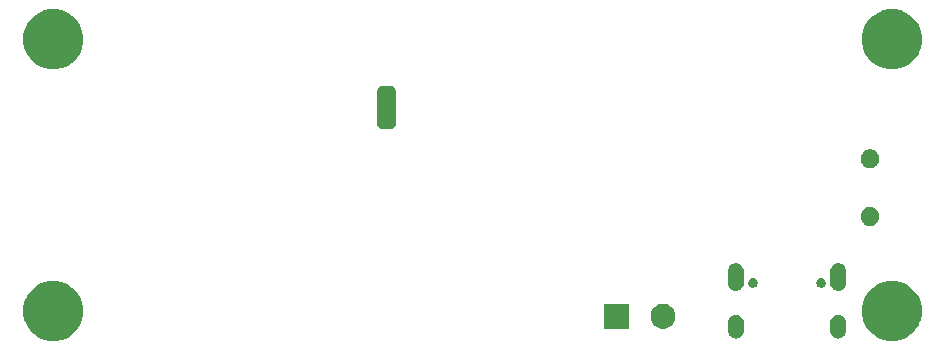
<source format=gbs>
G04 #@! TF.GenerationSoftware,KiCad,Pcbnew,5.1.5+dfsg1-2build2*
G04 #@! TF.CreationDate,2023-05-04T15:53:08+02:00*
G04 #@! TF.ProjectId,MBus_to_radio,4d427573-5f74-46f5-9f72-6164696f2e6b,rev?*
G04 #@! TF.SameCoordinates,Original*
G04 #@! TF.FileFunction,Soldermask,Bot*
G04 #@! TF.FilePolarity,Negative*
%FSLAX46Y46*%
G04 Gerber Fmt 4.6, Leading zero omitted, Abs format (unit mm)*
G04 Created by KiCad (PCBNEW 5.1.5+dfsg1-2build2) date 2023-05-04 15:53:08*
%MOMM*%
%LPD*%
G04 APERTURE LIST*
%ADD10C,0.100000*%
G04 APERTURE END LIST*
D10*
G36*
X92744098Y-75547033D02*
G01*
X93208350Y-75739332D01*
X93208352Y-75739333D01*
X93626168Y-76018509D01*
X93981491Y-76373832D01*
X94116575Y-76576000D01*
X94260668Y-76791650D01*
X94452967Y-77255902D01*
X94551000Y-77748747D01*
X94551000Y-78251253D01*
X94452967Y-78744098D01*
X94331093Y-79038329D01*
X94260667Y-79208352D01*
X93981491Y-79626168D01*
X93626168Y-79981491D01*
X93208352Y-80260667D01*
X93208351Y-80260668D01*
X93208350Y-80260668D01*
X92744098Y-80452967D01*
X92251253Y-80551000D01*
X91748747Y-80551000D01*
X91255902Y-80452967D01*
X90791650Y-80260668D01*
X90791649Y-80260668D01*
X90791648Y-80260667D01*
X90373832Y-79981491D01*
X90018509Y-79626168D01*
X89739333Y-79208352D01*
X89668907Y-79038329D01*
X89547033Y-78744098D01*
X89449000Y-78251253D01*
X89449000Y-77748747D01*
X89547033Y-77255902D01*
X89739332Y-76791650D01*
X89883425Y-76576000D01*
X90018509Y-76373832D01*
X90373832Y-76018509D01*
X90791648Y-75739333D01*
X90791650Y-75739332D01*
X91255902Y-75547033D01*
X91748747Y-75449000D01*
X92251253Y-75449000D01*
X92744098Y-75547033D01*
G37*
G36*
X163744098Y-75547033D02*
G01*
X164208350Y-75739332D01*
X164208352Y-75739333D01*
X164626168Y-76018509D01*
X164981491Y-76373832D01*
X165116575Y-76576000D01*
X165260668Y-76791650D01*
X165452967Y-77255902D01*
X165551000Y-77748747D01*
X165551000Y-78251253D01*
X165452967Y-78744098D01*
X165331093Y-79038329D01*
X165260667Y-79208352D01*
X164981491Y-79626168D01*
X164626168Y-79981491D01*
X164208352Y-80260667D01*
X164208351Y-80260668D01*
X164208350Y-80260668D01*
X163744098Y-80452967D01*
X163251253Y-80551000D01*
X162748747Y-80551000D01*
X162255902Y-80452967D01*
X161791650Y-80260668D01*
X161791649Y-80260668D01*
X161791648Y-80260667D01*
X161373832Y-79981491D01*
X161018509Y-79626168D01*
X160739333Y-79208352D01*
X160668907Y-79038329D01*
X160547033Y-78744098D01*
X160449000Y-78251253D01*
X160449000Y-77748747D01*
X160547033Y-77255902D01*
X160739332Y-76791650D01*
X160883425Y-76576000D01*
X161018509Y-76373832D01*
X161373832Y-76018509D01*
X161791648Y-75739333D01*
X161791650Y-75739332D01*
X162255902Y-75547033D01*
X162748747Y-75449000D01*
X163251253Y-75449000D01*
X163744098Y-75547033D01*
G37*
G36*
X149929578Y-78318564D02*
G01*
X150054177Y-78356361D01*
X150169008Y-78417740D01*
X150269659Y-78500341D01*
X150352260Y-78600991D01*
X150413639Y-78715822D01*
X150451436Y-78840421D01*
X150461000Y-78937529D01*
X150461000Y-79712471D01*
X150451436Y-79809579D01*
X150413639Y-79934178D01*
X150352260Y-80049009D01*
X150269659Y-80149659D01*
X150169009Y-80232260D01*
X150054178Y-80293639D01*
X149929579Y-80331436D01*
X149800000Y-80344198D01*
X149670422Y-80331436D01*
X149545823Y-80293639D01*
X149430992Y-80232260D01*
X149330342Y-80149659D01*
X149247741Y-80049009D01*
X149225047Y-80006552D01*
X149186360Y-79934175D01*
X149148564Y-79809580D01*
X149139000Y-79712472D01*
X149139000Y-78937529D01*
X149148564Y-78840424D01*
X149148564Y-78840422D01*
X149186361Y-78715823D01*
X149247740Y-78600992D01*
X149330341Y-78500341D01*
X149430991Y-78417740D01*
X149545822Y-78356361D01*
X149670421Y-78318564D01*
X149800000Y-78305802D01*
X149929578Y-78318564D01*
G37*
G36*
X158579578Y-78318564D02*
G01*
X158704177Y-78356361D01*
X158819008Y-78417740D01*
X158919659Y-78500341D01*
X159002260Y-78600991D01*
X159063639Y-78715822D01*
X159101436Y-78840421D01*
X159111000Y-78937529D01*
X159111000Y-79712471D01*
X159101436Y-79809579D01*
X159063639Y-79934178D01*
X159002260Y-80049009D01*
X158919659Y-80149659D01*
X158819009Y-80232260D01*
X158704178Y-80293639D01*
X158579579Y-80331436D01*
X158450000Y-80344198D01*
X158320422Y-80331436D01*
X158195823Y-80293639D01*
X158080992Y-80232260D01*
X157980342Y-80149659D01*
X157897741Y-80049009D01*
X157875047Y-80006552D01*
X157836360Y-79934175D01*
X157798564Y-79809580D01*
X157789000Y-79712472D01*
X157789000Y-78937529D01*
X157798564Y-78840424D01*
X157798564Y-78840422D01*
X157836361Y-78715823D01*
X157897740Y-78600992D01*
X157980341Y-78500341D01*
X158080991Y-78417740D01*
X158195822Y-78356361D01*
X158320421Y-78318564D01*
X158450000Y-78305802D01*
X158579578Y-78318564D01*
G37*
G36*
X143936564Y-77439389D02*
G01*
X144127833Y-77518615D01*
X144127835Y-77518616D01*
X144199247Y-77566332D01*
X144299973Y-77633635D01*
X144446365Y-77780027D01*
X144561385Y-77952167D01*
X144640611Y-78143436D01*
X144681000Y-78346484D01*
X144681000Y-78553516D01*
X144640611Y-78756564D01*
X144561385Y-78947833D01*
X144561384Y-78947835D01*
X144446365Y-79119973D01*
X144299973Y-79266365D01*
X144127835Y-79381384D01*
X144127834Y-79381385D01*
X144127833Y-79381385D01*
X143936564Y-79460611D01*
X143733516Y-79501000D01*
X143526484Y-79501000D01*
X143323436Y-79460611D01*
X143132167Y-79381385D01*
X143132166Y-79381385D01*
X143132165Y-79381384D01*
X142960027Y-79266365D01*
X142813635Y-79119973D01*
X142698616Y-78947835D01*
X142698615Y-78947833D01*
X142619389Y-78756564D01*
X142579000Y-78553516D01*
X142579000Y-78346484D01*
X142619389Y-78143436D01*
X142698615Y-77952167D01*
X142813635Y-77780027D01*
X142960027Y-77633635D01*
X143060753Y-77566332D01*
X143132165Y-77518616D01*
X143132167Y-77518615D01*
X143323436Y-77439389D01*
X143526484Y-77399000D01*
X143733516Y-77399000D01*
X143936564Y-77439389D01*
G37*
G36*
X140721000Y-79501000D02*
G01*
X138619000Y-79501000D01*
X138619000Y-77399000D01*
X140721000Y-77399000D01*
X140721000Y-79501000D01*
G37*
G36*
X149929578Y-73958564D02*
G01*
X150054177Y-73996361D01*
X150169008Y-74057740D01*
X150269659Y-74140341D01*
X150352260Y-74240991D01*
X150413639Y-74355822D01*
X150451436Y-74480421D01*
X150451436Y-74480423D01*
X150461000Y-74577528D01*
X150461000Y-75672472D01*
X150459142Y-75691332D01*
X150451436Y-75769579D01*
X150413639Y-75894178D01*
X150352260Y-76009009D01*
X150269659Y-76109659D01*
X150169009Y-76192260D01*
X150054178Y-76253639D01*
X149929579Y-76291436D01*
X149800000Y-76304198D01*
X149670422Y-76291436D01*
X149545823Y-76253639D01*
X149430992Y-76192260D01*
X149330342Y-76109659D01*
X149247741Y-76009009D01*
X149186362Y-75894178D01*
X149148565Y-75769579D01*
X149140859Y-75691332D01*
X149139001Y-75672472D01*
X149139000Y-74577529D01*
X149148564Y-74480424D01*
X149148564Y-74480422D01*
X149186361Y-74355823D01*
X149247740Y-74240992D01*
X149330341Y-74140341D01*
X149430991Y-74057740D01*
X149545822Y-73996361D01*
X149670421Y-73958564D01*
X149800000Y-73945802D01*
X149929578Y-73958564D01*
G37*
G36*
X158579578Y-73958564D02*
G01*
X158704177Y-73996361D01*
X158819008Y-74057740D01*
X158919659Y-74140341D01*
X159002260Y-74240991D01*
X159063639Y-74355822D01*
X159101436Y-74480421D01*
X159101436Y-74480423D01*
X159111000Y-74577528D01*
X159111000Y-75672472D01*
X159109142Y-75691332D01*
X159101436Y-75769579D01*
X159063639Y-75894178D01*
X159002260Y-76009009D01*
X158919659Y-76109659D01*
X158819009Y-76192260D01*
X158704178Y-76253639D01*
X158579579Y-76291436D01*
X158450000Y-76304198D01*
X158320422Y-76291436D01*
X158195823Y-76253639D01*
X158080992Y-76192260D01*
X157980342Y-76109659D01*
X157897741Y-76009009D01*
X157836362Y-75894178D01*
X157798565Y-75769579D01*
X157790859Y-75691332D01*
X157789001Y-75672472D01*
X157789000Y-74577529D01*
X157798564Y-74480424D01*
X157798564Y-74480422D01*
X157836361Y-74355823D01*
X157897740Y-74240992D01*
X157980341Y-74140341D01*
X158080991Y-74057740D01*
X158195822Y-73996361D01*
X158320421Y-73958564D01*
X158450000Y-73945802D01*
X158579578Y-73958564D01*
G37*
G36*
X151313231Y-75231705D02*
G01*
X151351967Y-75239410D01*
X151382195Y-75251931D01*
X151424944Y-75269638D01*
X151490622Y-75313523D01*
X151546477Y-75369378D01*
X151590362Y-75435056D01*
X151620590Y-75508034D01*
X151636000Y-75585504D01*
X151636000Y-75664496D01*
X151620590Y-75741966D01*
X151590362Y-75814944D01*
X151546477Y-75880622D01*
X151490622Y-75936477D01*
X151424944Y-75980362D01*
X151393351Y-75993448D01*
X151351967Y-76010590D01*
X151313231Y-76018295D01*
X151274496Y-76026000D01*
X151195504Y-76026000D01*
X151156769Y-76018295D01*
X151118033Y-76010590D01*
X151076649Y-75993448D01*
X151045056Y-75980362D01*
X150979378Y-75936477D01*
X150923523Y-75880622D01*
X150879638Y-75814944D01*
X150849410Y-75741966D01*
X150834000Y-75664496D01*
X150834000Y-75585504D01*
X150849410Y-75508034D01*
X150879638Y-75435056D01*
X150923523Y-75369378D01*
X150979378Y-75313523D01*
X151045056Y-75269638D01*
X151087805Y-75251931D01*
X151118033Y-75239410D01*
X151156769Y-75231705D01*
X151195504Y-75224000D01*
X151274496Y-75224000D01*
X151313231Y-75231705D01*
G37*
G36*
X157093231Y-75231705D02*
G01*
X157131967Y-75239410D01*
X157162195Y-75251931D01*
X157204944Y-75269638D01*
X157270622Y-75313523D01*
X157326477Y-75369378D01*
X157370362Y-75435056D01*
X157400590Y-75508034D01*
X157416000Y-75585504D01*
X157416000Y-75664496D01*
X157400590Y-75741966D01*
X157370362Y-75814944D01*
X157326477Y-75880622D01*
X157270622Y-75936477D01*
X157204944Y-75980362D01*
X157173351Y-75993448D01*
X157131967Y-76010590D01*
X157093231Y-76018295D01*
X157054496Y-76026000D01*
X156975504Y-76026000D01*
X156936769Y-76018295D01*
X156898033Y-76010590D01*
X156856649Y-75993448D01*
X156825056Y-75980362D01*
X156759378Y-75936477D01*
X156703523Y-75880622D01*
X156659638Y-75814944D01*
X156629410Y-75741966D01*
X156614000Y-75664496D01*
X156614000Y-75585504D01*
X156629410Y-75508034D01*
X156659638Y-75435056D01*
X156703523Y-75369378D01*
X156759378Y-75313523D01*
X156825056Y-75269638D01*
X156867805Y-75251931D01*
X156898033Y-75239410D01*
X156936769Y-75231705D01*
X156975504Y-75224000D01*
X157054496Y-75224000D01*
X157093231Y-75231705D01*
G37*
G36*
X161383642Y-69229781D02*
G01*
X161529414Y-69290162D01*
X161529416Y-69290163D01*
X161660608Y-69377822D01*
X161772178Y-69489392D01*
X161859837Y-69620584D01*
X161859838Y-69620586D01*
X161920219Y-69766358D01*
X161951000Y-69921107D01*
X161951000Y-70078893D01*
X161920219Y-70233642D01*
X161859838Y-70379414D01*
X161859837Y-70379416D01*
X161772178Y-70510608D01*
X161660608Y-70622178D01*
X161529416Y-70709837D01*
X161529415Y-70709838D01*
X161529414Y-70709838D01*
X161383642Y-70770219D01*
X161228893Y-70801000D01*
X161071107Y-70801000D01*
X160916358Y-70770219D01*
X160770586Y-70709838D01*
X160770585Y-70709838D01*
X160770584Y-70709837D01*
X160639392Y-70622178D01*
X160527822Y-70510608D01*
X160440163Y-70379416D01*
X160440162Y-70379414D01*
X160379781Y-70233642D01*
X160349000Y-70078893D01*
X160349000Y-69921107D01*
X160379781Y-69766358D01*
X160440162Y-69620586D01*
X160440163Y-69620584D01*
X160527822Y-69489392D01*
X160639392Y-69377822D01*
X160770584Y-69290163D01*
X160770586Y-69290162D01*
X160916358Y-69229781D01*
X161071107Y-69199000D01*
X161228893Y-69199000D01*
X161383642Y-69229781D01*
G37*
G36*
X161383642Y-64349781D02*
G01*
X161529414Y-64410162D01*
X161529416Y-64410163D01*
X161660608Y-64497822D01*
X161772178Y-64609392D01*
X161859837Y-64740584D01*
X161859838Y-64740586D01*
X161920219Y-64886358D01*
X161951000Y-65041107D01*
X161951000Y-65198893D01*
X161920219Y-65353642D01*
X161859838Y-65499414D01*
X161859837Y-65499416D01*
X161772178Y-65630608D01*
X161660608Y-65742178D01*
X161529416Y-65829837D01*
X161529415Y-65829838D01*
X161529414Y-65829838D01*
X161383642Y-65890219D01*
X161228893Y-65921000D01*
X161071107Y-65921000D01*
X160916358Y-65890219D01*
X160770586Y-65829838D01*
X160770585Y-65829838D01*
X160770584Y-65829837D01*
X160639392Y-65742178D01*
X160527822Y-65630608D01*
X160440163Y-65499416D01*
X160440162Y-65499414D01*
X160379781Y-65353642D01*
X160349000Y-65198893D01*
X160349000Y-65041107D01*
X160379781Y-64886358D01*
X160440162Y-64740586D01*
X160440163Y-64740584D01*
X160527822Y-64609392D01*
X160639392Y-64497822D01*
X160770584Y-64410163D01*
X160770586Y-64410162D01*
X160916358Y-64349781D01*
X161071107Y-64319000D01*
X161228893Y-64319000D01*
X161383642Y-64349781D01*
G37*
G36*
X120482199Y-58919954D02*
G01*
X120494450Y-58920556D01*
X120512869Y-58920556D01*
X120535149Y-58922750D01*
X120619233Y-58939476D01*
X120640660Y-58945976D01*
X120719858Y-58978780D01*
X120725303Y-58981691D01*
X120725309Y-58981693D01*
X120734169Y-58986429D01*
X120734173Y-58986432D01*
X120739614Y-58989340D01*
X120810899Y-59036971D01*
X120828204Y-59051172D01*
X120888828Y-59111796D01*
X120903029Y-59129101D01*
X120950660Y-59200386D01*
X120953568Y-59205827D01*
X120953571Y-59205831D01*
X120958307Y-59214691D01*
X120958309Y-59214697D01*
X120961220Y-59220142D01*
X120994024Y-59299340D01*
X121000524Y-59320767D01*
X121017250Y-59404851D01*
X121019444Y-59427131D01*
X121019444Y-59445550D01*
X121020046Y-59457801D01*
X121021852Y-59476139D01*
X121021852Y-60013860D01*
X121020263Y-60029999D01*
X121015855Y-60044528D01*
X121010394Y-60057711D01*
X121005612Y-60081745D01*
X121005611Y-60106249D01*
X121010391Y-60130282D01*
X121019768Y-60152921D01*
X121021000Y-60154765D01*
X121021000Y-61386050D01*
X121014525Y-61398164D01*
X121007412Y-61421613D01*
X121005010Y-61445999D01*
X121007412Y-61470385D01*
X121014525Y-61493834D01*
X121016848Y-61498746D01*
X121020263Y-61510001D01*
X121021852Y-61526140D01*
X121021852Y-62063862D01*
X121020046Y-62082199D01*
X121019444Y-62094450D01*
X121019444Y-62112869D01*
X121017250Y-62135149D01*
X121000524Y-62219233D01*
X120994024Y-62240660D01*
X120961220Y-62319858D01*
X120958309Y-62325303D01*
X120958307Y-62325309D01*
X120953571Y-62334169D01*
X120953568Y-62334173D01*
X120950660Y-62339614D01*
X120903029Y-62410899D01*
X120888828Y-62428204D01*
X120828204Y-62488828D01*
X120810899Y-62503029D01*
X120739614Y-62550660D01*
X120734173Y-62553568D01*
X120734169Y-62553571D01*
X120725309Y-62558307D01*
X120725303Y-62558309D01*
X120719858Y-62561220D01*
X120640660Y-62594024D01*
X120619233Y-62600524D01*
X120535149Y-62617250D01*
X120512869Y-62619444D01*
X120494450Y-62619444D01*
X120482199Y-62620046D01*
X120463862Y-62621852D01*
X119976138Y-62621852D01*
X119957801Y-62620046D01*
X119945550Y-62619444D01*
X119927131Y-62619444D01*
X119904851Y-62617250D01*
X119820767Y-62600524D01*
X119799340Y-62594024D01*
X119720142Y-62561220D01*
X119714697Y-62558309D01*
X119714691Y-62558307D01*
X119705831Y-62553571D01*
X119705827Y-62553568D01*
X119700386Y-62550660D01*
X119629101Y-62503029D01*
X119611796Y-62488828D01*
X119551172Y-62428204D01*
X119536971Y-62410899D01*
X119489340Y-62339614D01*
X119486432Y-62334173D01*
X119486429Y-62334169D01*
X119481693Y-62325309D01*
X119481691Y-62325303D01*
X119478780Y-62319858D01*
X119445976Y-62240660D01*
X119439476Y-62219233D01*
X119422750Y-62135149D01*
X119420556Y-62112869D01*
X119420556Y-62094450D01*
X119419954Y-62082199D01*
X119418148Y-62063862D01*
X119418148Y-61526140D01*
X119419737Y-61510001D01*
X119424145Y-61495472D01*
X119429606Y-61482289D01*
X119434388Y-61458255D01*
X119434389Y-61433751D01*
X119429609Y-61409718D01*
X119420232Y-61387079D01*
X119419000Y-61385235D01*
X119419000Y-60153950D01*
X119425475Y-60141836D01*
X119432588Y-60118387D01*
X119434990Y-60094001D01*
X119432588Y-60069615D01*
X119425475Y-60046166D01*
X119423152Y-60041254D01*
X119419737Y-60029999D01*
X119418148Y-60013860D01*
X119418148Y-59476139D01*
X119419954Y-59457801D01*
X119420556Y-59445550D01*
X119420556Y-59427131D01*
X119422750Y-59404851D01*
X119439476Y-59320767D01*
X119445976Y-59299340D01*
X119478780Y-59220142D01*
X119481691Y-59214697D01*
X119481693Y-59214691D01*
X119486429Y-59205831D01*
X119486432Y-59205827D01*
X119489340Y-59200386D01*
X119536971Y-59129101D01*
X119551172Y-59111796D01*
X119611796Y-59051172D01*
X119629101Y-59036971D01*
X119700386Y-58989340D01*
X119705827Y-58986432D01*
X119705831Y-58986429D01*
X119714691Y-58981693D01*
X119714697Y-58981691D01*
X119720142Y-58978780D01*
X119799340Y-58945976D01*
X119820767Y-58939476D01*
X119904851Y-58922750D01*
X119927131Y-58920556D01*
X119945550Y-58920556D01*
X119957801Y-58919954D01*
X119976139Y-58918148D01*
X120463861Y-58918148D01*
X120482199Y-58919954D01*
G37*
G36*
X92744098Y-52547033D02*
G01*
X93208350Y-52739332D01*
X93208352Y-52739333D01*
X93626168Y-53018509D01*
X93981491Y-53373832D01*
X94116575Y-53576000D01*
X94260668Y-53791650D01*
X94452967Y-54255902D01*
X94551000Y-54748747D01*
X94551000Y-55251253D01*
X94452967Y-55744098D01*
X94331093Y-56038329D01*
X94260667Y-56208352D01*
X93981491Y-56626168D01*
X93626168Y-56981491D01*
X93208352Y-57260667D01*
X93208351Y-57260668D01*
X93208350Y-57260668D01*
X92744098Y-57452967D01*
X92251253Y-57551000D01*
X91748747Y-57551000D01*
X91255902Y-57452967D01*
X90791650Y-57260668D01*
X90791649Y-57260668D01*
X90791648Y-57260667D01*
X90373832Y-56981491D01*
X90018509Y-56626168D01*
X89739333Y-56208352D01*
X89668907Y-56038329D01*
X89547033Y-55744098D01*
X89449000Y-55251253D01*
X89449000Y-54748747D01*
X89547033Y-54255902D01*
X89739332Y-53791650D01*
X89883425Y-53576000D01*
X90018509Y-53373832D01*
X90373832Y-53018509D01*
X90791648Y-52739333D01*
X90791650Y-52739332D01*
X91255902Y-52547033D01*
X91748747Y-52449000D01*
X92251253Y-52449000D01*
X92744098Y-52547033D01*
G37*
G36*
X163744098Y-52547033D02*
G01*
X164208350Y-52739332D01*
X164208352Y-52739333D01*
X164626168Y-53018509D01*
X164981491Y-53373832D01*
X165116575Y-53576000D01*
X165260668Y-53791650D01*
X165452967Y-54255902D01*
X165551000Y-54748747D01*
X165551000Y-55251253D01*
X165452967Y-55744098D01*
X165331093Y-56038329D01*
X165260667Y-56208352D01*
X164981491Y-56626168D01*
X164626168Y-56981491D01*
X164208352Y-57260667D01*
X164208351Y-57260668D01*
X164208350Y-57260668D01*
X163744098Y-57452967D01*
X163251253Y-57551000D01*
X162748747Y-57551000D01*
X162255902Y-57452967D01*
X161791650Y-57260668D01*
X161791649Y-57260668D01*
X161791648Y-57260667D01*
X161373832Y-56981491D01*
X161018509Y-56626168D01*
X160739333Y-56208352D01*
X160668907Y-56038329D01*
X160547033Y-55744098D01*
X160449000Y-55251253D01*
X160449000Y-54748747D01*
X160547033Y-54255902D01*
X160739332Y-53791650D01*
X160883425Y-53576000D01*
X161018509Y-53373832D01*
X161373832Y-53018509D01*
X161791648Y-52739333D01*
X161791650Y-52739332D01*
X162255902Y-52547033D01*
X162748747Y-52449000D01*
X163251253Y-52449000D01*
X163744098Y-52547033D01*
G37*
M02*

</source>
